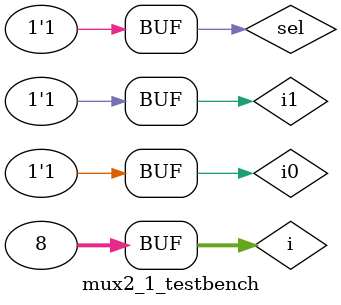
<source format=sv>


`timescale 1ns/10ps

module mux2_1(out, i0, i1, sel);
  output logic out;
  input logic i0, i1, sel;
  
  logic v0, v1, nsel;
  
  //out = (i1 & sel) | (i0 & ~sel);
  not #0.05 Not_1 (nsel, sel);
  and #0.05 And_1 (v0, i0, nsel);
  and #0.05 And_2 (v1, i1, sel);
  or  #0.05 Or_1  (out, v1, v0); 
  
endmodule

module mux2_1_testbench();
	logic i0, i1, sel;
	logic out;

	mux2_1 dut (.out, .i0, .i1, .sel);

	integer i;
	initial begin
		for (i = 0; i < 8; i++) begin
			{sel, i1, i0} = i; #10;
		end
	end
endmodule 

</source>
